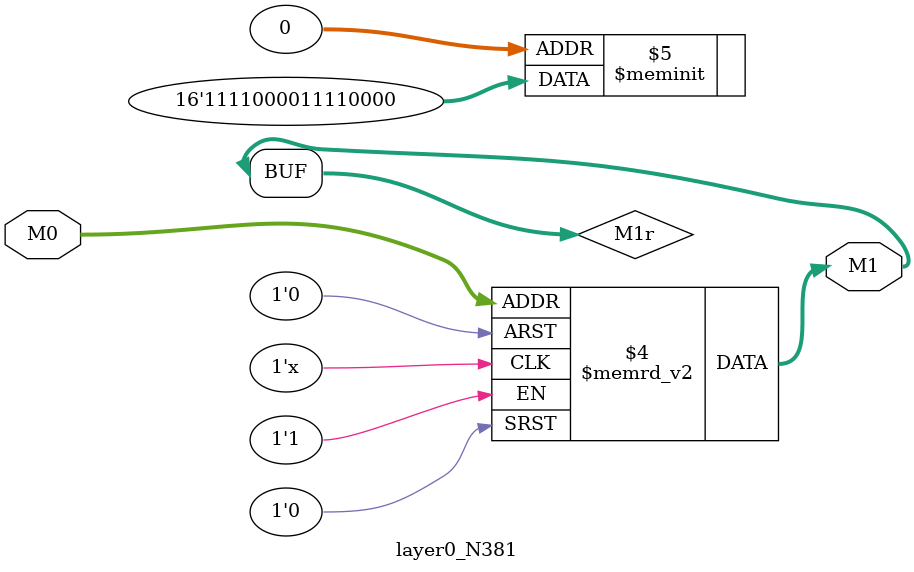
<source format=v>
module layer0_N381 ( input [2:0] M0, output [1:0] M1 );

	(*rom_style = "distributed" *) reg [1:0] M1r;
	assign M1 = M1r;
	always @ (M0) begin
		case (M0)
			3'b000: M1r = 2'b00;
			3'b100: M1r = 2'b00;
			3'b010: M1r = 2'b11;
			3'b110: M1r = 2'b11;
			3'b001: M1r = 2'b00;
			3'b101: M1r = 2'b00;
			3'b011: M1r = 2'b11;
			3'b111: M1r = 2'b11;

		endcase
	end
endmodule

</source>
